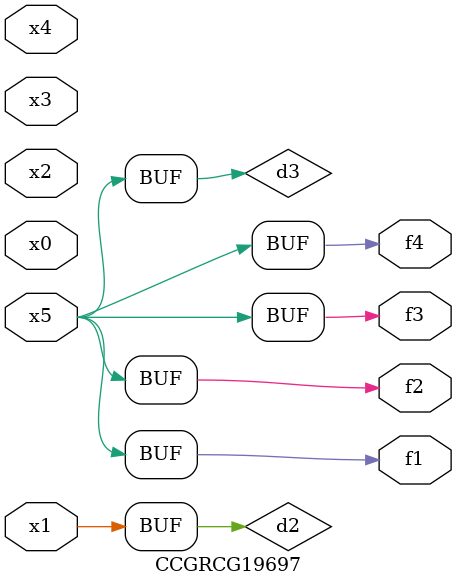
<source format=v>
module CCGRCG19697(
	input x0, x1, x2, x3, x4, x5,
	output f1, f2, f3, f4
);

	wire d1, d2, d3;

	not (d1, x5);
	or (d2, x1);
	xnor (d3, d1);
	assign f1 = d3;
	assign f2 = d3;
	assign f3 = d3;
	assign f4 = d3;
endmodule

</source>
